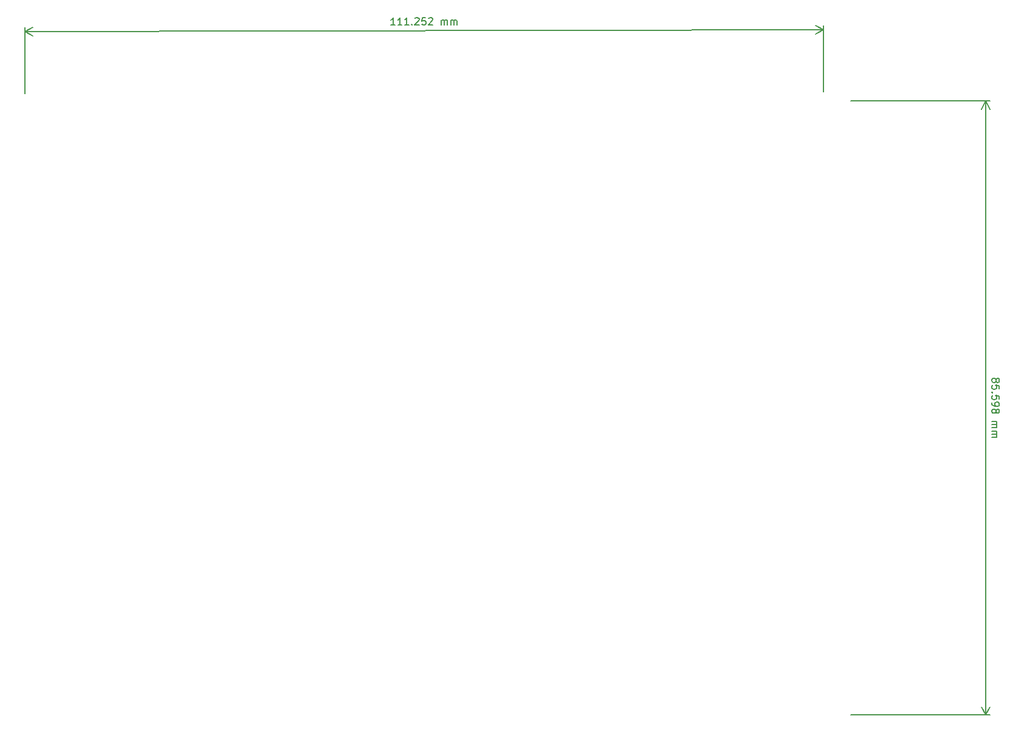
<source format=gbr>
G04 #@! TF.GenerationSoftware,KiCad,Pcbnew,5.1.4-e60b266~84~ubuntu18.04.1*
G04 #@! TF.CreationDate,2019-10-23T15:59:47+01:00*
G04 #@! TF.ProjectId,trans_switch_volt_amp,7472616e-735f-4737-9769-7463685f766f,rev?*
G04 #@! TF.SameCoordinates,Original*
G04 #@! TF.FileFunction,Other,ECO2*
%FSLAX46Y46*%
G04 Gerber Fmt 4.6, Leading zero omitted, Abs format (unit mm)*
G04 Created by KiCad (PCBNEW 5.1.4-e60b266~84~ubuntu18.04.1) date 2019-10-23 15:59:47*
%MOMM*%
%LPD*%
G04 APERTURE LIST*
%ADD10C,0.150000*%
G04 APERTURE END LIST*
D10*
X131312739Y-54406669D02*
X130741312Y-54407974D01*
X131027025Y-54407322D02*
X131024742Y-53407324D01*
X130929831Y-53550399D01*
X130834810Y-53645854D01*
X130739681Y-53693690D01*
X132265117Y-54404495D02*
X131693690Y-54405800D01*
X131979404Y-54405147D02*
X131977121Y-53405150D01*
X131882209Y-53548224D01*
X131787189Y-53643679D01*
X131692059Y-53691516D01*
X133217496Y-54402321D02*
X132646069Y-54403625D01*
X132931782Y-54402973D02*
X132929499Y-53402976D01*
X132834587Y-53546050D01*
X132739567Y-53641505D01*
X132644438Y-53689341D01*
X133645849Y-54306104D02*
X133693576Y-54353615D01*
X133646066Y-54401342D01*
X133598338Y-54353832D01*
X133645849Y-54306104D01*
X133646066Y-54401342D01*
X134072571Y-53495604D02*
X134120081Y-53447876D01*
X134215210Y-53400040D01*
X134453305Y-53399497D01*
X134548651Y-53446898D01*
X134596379Y-53494408D01*
X134644215Y-53589537D01*
X134644433Y-53684775D01*
X134597140Y-53827741D01*
X134027017Y-54400472D01*
X134646063Y-54399059D01*
X135548540Y-53396996D02*
X135072351Y-53398083D01*
X135025819Y-53874381D01*
X135073329Y-53826654D01*
X135168458Y-53778817D01*
X135406553Y-53778274D01*
X135501899Y-53825675D01*
X135549627Y-53873185D01*
X135597463Y-53968314D01*
X135598007Y-54206409D01*
X135550606Y-54301756D01*
X135503095Y-54349483D01*
X135407966Y-54397320D01*
X135169872Y-54397863D01*
X135074525Y-54350462D01*
X135026797Y-54302951D01*
X135977328Y-53491255D02*
X136024838Y-53443528D01*
X136119967Y-53395691D01*
X136358062Y-53395148D01*
X136453408Y-53442549D01*
X136501136Y-53490059D01*
X136548972Y-53585189D01*
X136549190Y-53680426D01*
X136501897Y-53823392D01*
X135931774Y-54396124D01*
X136550820Y-54394710D01*
X137741294Y-54391992D02*
X137739771Y-53725327D01*
X137739989Y-53820565D02*
X137787499Y-53772838D01*
X137882628Y-53725001D01*
X138025485Y-53724675D01*
X138120832Y-53772077D01*
X138168668Y-53867206D01*
X138169864Y-54391014D01*
X138168668Y-53867206D02*
X138216069Y-53771859D01*
X138311199Y-53724023D01*
X138454055Y-53723697D01*
X138549402Y-53771098D01*
X138597238Y-53866227D01*
X138598434Y-54390035D01*
X139074623Y-54388948D02*
X139073101Y-53722283D01*
X139073319Y-53817521D02*
X139120829Y-53769793D01*
X139215958Y-53721957D01*
X139358815Y-53721631D01*
X139454161Y-53769032D01*
X139501998Y-53864162D01*
X139503194Y-54387970D01*
X139501998Y-53864162D02*
X139549399Y-53768815D01*
X139644528Y-53720979D01*
X139787385Y-53720652D01*
X139882732Y-53768054D01*
X139930568Y-53863183D01*
X139931764Y-54386991D01*
X79736283Y-55372046D02*
X190988283Y-55118046D01*
X79756000Y-64008000D02*
X79734944Y-54785626D01*
X191008000Y-63754000D02*
X190986944Y-54531626D01*
X190988283Y-55118046D02*
X189863121Y-55707037D01*
X190988283Y-55118046D02*
X189860443Y-54534199D01*
X79736283Y-55372046D02*
X80864123Y-55955893D01*
X79736283Y-55372046D02*
X80861445Y-54783055D01*
X215033047Y-103870619D02*
X215080666Y-103775380D01*
X215128285Y-103727761D01*
X215223523Y-103680142D01*
X215271142Y-103680142D01*
X215366380Y-103727761D01*
X215414000Y-103775380D01*
X215461619Y-103870619D01*
X215461619Y-104061095D01*
X215414000Y-104156333D01*
X215366380Y-104203952D01*
X215271142Y-104251571D01*
X215223523Y-104251571D01*
X215128285Y-104203952D01*
X215080666Y-104156333D01*
X215033047Y-104061095D01*
X215033047Y-103870619D01*
X214985428Y-103775380D01*
X214937809Y-103727761D01*
X214842571Y-103680142D01*
X214652095Y-103680142D01*
X214556857Y-103727761D01*
X214509238Y-103775380D01*
X214461619Y-103870619D01*
X214461619Y-104061095D01*
X214509238Y-104156333D01*
X214556857Y-104203952D01*
X214652095Y-104251571D01*
X214842571Y-104251571D01*
X214937809Y-104203952D01*
X214985428Y-104156333D01*
X215033047Y-104061095D01*
X215461619Y-105156333D02*
X215461619Y-104680142D01*
X214985428Y-104632523D01*
X215033047Y-104680142D01*
X215080666Y-104775380D01*
X215080666Y-105013476D01*
X215033047Y-105108714D01*
X214985428Y-105156333D01*
X214890190Y-105203952D01*
X214652095Y-105203952D01*
X214556857Y-105156333D01*
X214509238Y-105108714D01*
X214461619Y-105013476D01*
X214461619Y-104775380D01*
X214509238Y-104680142D01*
X214556857Y-104632523D01*
X214556857Y-105632523D02*
X214509238Y-105680142D01*
X214461619Y-105632523D01*
X214509238Y-105584904D01*
X214556857Y-105632523D01*
X214461619Y-105632523D01*
X215461619Y-106584904D02*
X215461619Y-106108714D01*
X214985428Y-106061095D01*
X215033047Y-106108714D01*
X215080666Y-106203952D01*
X215080666Y-106442047D01*
X215033047Y-106537285D01*
X214985428Y-106584904D01*
X214890190Y-106632523D01*
X214652095Y-106632523D01*
X214556857Y-106584904D01*
X214509238Y-106537285D01*
X214461619Y-106442047D01*
X214461619Y-106203952D01*
X214509238Y-106108714D01*
X214556857Y-106061095D01*
X214461619Y-107108714D02*
X214461619Y-107299190D01*
X214509238Y-107394428D01*
X214556857Y-107442047D01*
X214699714Y-107537285D01*
X214890190Y-107584904D01*
X215271142Y-107584904D01*
X215366380Y-107537285D01*
X215414000Y-107489666D01*
X215461619Y-107394428D01*
X215461619Y-107203952D01*
X215414000Y-107108714D01*
X215366380Y-107061095D01*
X215271142Y-107013476D01*
X215033047Y-107013476D01*
X214937809Y-107061095D01*
X214890190Y-107108714D01*
X214842571Y-107203952D01*
X214842571Y-107394428D01*
X214890190Y-107489666D01*
X214937809Y-107537285D01*
X215033047Y-107584904D01*
X215033047Y-108156333D02*
X215080666Y-108061095D01*
X215128285Y-108013476D01*
X215223523Y-107965857D01*
X215271142Y-107965857D01*
X215366380Y-108013476D01*
X215414000Y-108061095D01*
X215461619Y-108156333D01*
X215461619Y-108346809D01*
X215414000Y-108442047D01*
X215366380Y-108489666D01*
X215271142Y-108537285D01*
X215223523Y-108537285D01*
X215128285Y-108489666D01*
X215080666Y-108442047D01*
X215033047Y-108346809D01*
X215033047Y-108156333D01*
X214985428Y-108061095D01*
X214937809Y-108013476D01*
X214842571Y-107965857D01*
X214652095Y-107965857D01*
X214556857Y-108013476D01*
X214509238Y-108061095D01*
X214461619Y-108156333D01*
X214461619Y-108346809D01*
X214509238Y-108442047D01*
X214556857Y-108489666D01*
X214652095Y-108537285D01*
X214842571Y-108537285D01*
X214937809Y-108489666D01*
X214985428Y-108442047D01*
X215033047Y-108346809D01*
X214461619Y-109727761D02*
X215128285Y-109727761D01*
X215033047Y-109727761D02*
X215080666Y-109775380D01*
X215128285Y-109870619D01*
X215128285Y-110013476D01*
X215080666Y-110108714D01*
X214985428Y-110156333D01*
X214461619Y-110156333D01*
X214985428Y-110156333D02*
X215080666Y-110203952D01*
X215128285Y-110299190D01*
X215128285Y-110442047D01*
X215080666Y-110537285D01*
X214985428Y-110584904D01*
X214461619Y-110584904D01*
X214461619Y-111061095D02*
X215128285Y-111061095D01*
X215033047Y-111061095D02*
X215080666Y-111108714D01*
X215128285Y-111203952D01*
X215128285Y-111346809D01*
X215080666Y-111442047D01*
X214985428Y-111489666D01*
X214461619Y-111489666D01*
X214985428Y-111489666D02*
X215080666Y-111537285D01*
X215128285Y-111632523D01*
X215128285Y-111775380D01*
X215080666Y-111870619D01*
X214985428Y-111918238D01*
X214461619Y-111918238D01*
X213614000Y-65024000D02*
X213614000Y-150622000D01*
X194818000Y-65024000D02*
X214200421Y-65024000D01*
X194818000Y-150622000D02*
X214200421Y-150622000D01*
X213614000Y-150622000D02*
X213027579Y-149495496D01*
X213614000Y-150622000D02*
X214200421Y-149495496D01*
X213614000Y-65024000D02*
X213027579Y-66150504D01*
X213614000Y-65024000D02*
X214200421Y-66150504D01*
M02*

</source>
